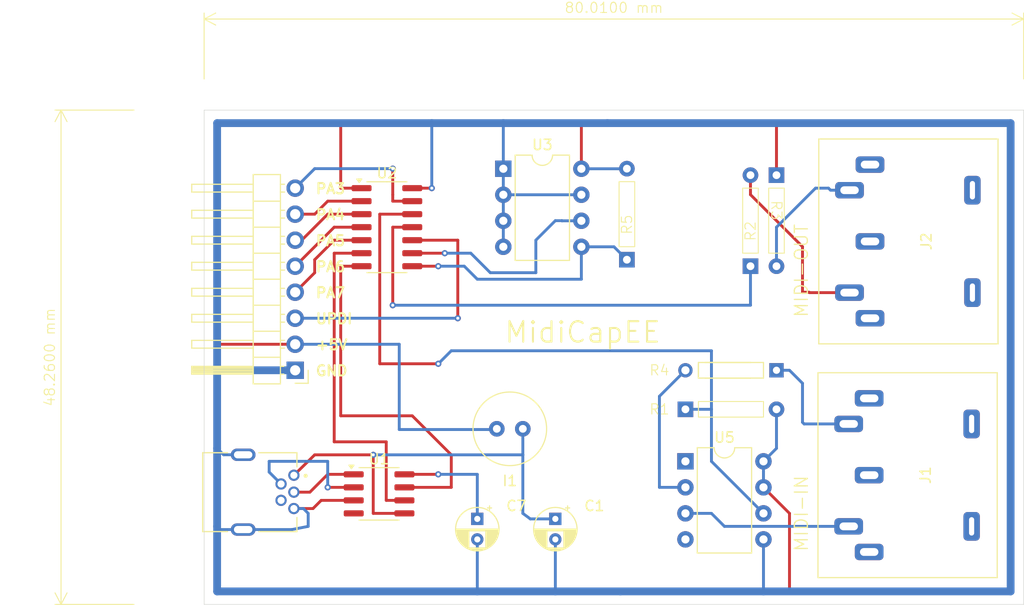
<source format=kicad_pcb>
(kicad_pcb (version 20240108) (generator "pcbnew") (generator_version "8.0")
  (layers (0 "F.Cu" signal) (31 "B.Cu" signal) (34 "B.Paste" user) (35 "F.Paste" user) (36 "B.SilkS" user "B.Silkscreen") (37 "F.SilkS" user "F.Silkscreen") (38 "B.Mask" user) (39 "F.Mask" user) (44 "Edge.Cuts" user))
  (net 0 "")
  (net 1 "Net-(J3-Pin_8)")
  (net 2 "Net-(J1--)")
  (net 5 "Net-(J1-+)")
  (net 8 "Net-(J2--)")
  (net 9 "Net-(J2-+)")
  (net 10 "Net-(J6-VBUS)")
  (net 11 "Net-(U1-V3)")
  (net 12 "Net-(J3-Pin_7)")
  (net 13 "Net-(J3-Pin_5)")
  (net 15 "Net-(J3-Pin_1)")
  (net 17 "Net-(J3-Pin_2)")
  (net 18 "Net-(J3-Pin_6)")
  (net 19 "Net-(J3-Pin_3)")
  (net 20 "Net-(J6-D+)")
  (net 22 "Net-(U2-PA2)")
  (net 23 "Net-(U5-A)")
  (net 24 "Net-(J3-Pin_4)")
  (net 25 "Net-(U2-PA1)")
  (net 26 "Net-(U2-PB1)")
  (net 27 "Net-(U2-PB0)")
  (net 28 "Net-(J6-D-)")
  (net 32 "Net-(U1-TXD)")
  (net 33 "Net-(U1-RXD)")
  (footprint "0_Footprint:USBminiPin" (layer "F.Cu") (at 116.84 110.96 -90)
    (property "Reference" "J6" (hide yes))
    (property "Value" "USBminiPin" (hide yes))
    (pad "1" thru_hole circle (at -1.651 -4.953 270) (size 1.1 1.1) (drill 0.7) (layers "*.Cu" "*.Mask") (net 10 "Net-(J6-VBUS)"))
    (pad "2" thru_hole circle (at -0.8 -3.7 270) (size 1.1 1.1) (drill 0.7) (layers "*.Cu" "*.Mask") (net 28 "Net-(J6-D-)"))
    (pad "3" thru_hole circle (at 0 -4.95 270) (size 1.1 1.1) (drill 0.7) (layers "*.Cu" "*.Mask") (net 20 "Net-(J6-D+)"))
    (pad "4" thru_hole circle (at 0.8 -3.7 270) (size 1.1 1.1) (drill 0.7) (layers "*.Cu" "*.Mask"))
    (pad "5" thru_hole circle (at 1.6 -4.95 270) (size 1.1 1.1) (drill 0.7) (layers "*.Cu" "*.Mask") (net 15 "Net-(J3-Pin_1)"))
    (pad "SH1" thru_hole oval (at -3.65 0 270) (size 1.208 2.416) (drill oval 0.7 1.8) (layers "*.Cu" "*.Mask") (net 15 "Net-(J3-Pin_1)"))
    (pad "SH2" thru_hole oval (at 3.65 0 270) (size 1.208 2.416) (drill oval 0.7 1.8) (layers "*.Cu" "*.Mask") (net 15 "Net-(J3-Pin_1)"))
  )
  (footprint "Package_SO:SOIC-8_3.9x4.9mm_P1.27mm" (layer "F.Cu") (at 130.11 111.125)
    (property "Reference" "U1" (at 0 -3.4 0) (layer "F.SilkS"))
    (property "Value" "~")
    (pad "1" smd roundrect (at -2.475 -1.905) (size 1.95 0.6) (layers "F.Cu" "F.Paste" "F.Mask") (net 20 "Net-(J6-D+)"))
    (pad "2" smd roundrect (at -2.475 -0.635) (size 1.95 0.6) (layers "F.Cu" "F.Paste" "F.Mask") (net 28 "Net-(J6-D-)"))
    (pad "3" smd roundrect (at -2.475 0.635) (size 1.95 0.6) (layers "F.Cu" "F.Paste" "F.Mask") (net 15 "Net-(J3-Pin_1)"))
    (pad "4" smd roundrect (at -2.475 1.905) (size 1.95 0.6) (layers "F.Cu" "F.Paste" "F.Mask"))
    (pad "5" smd roundrect (at 2.475 1.905) (size 1.95 0.6) (layers "F.Cu" "F.Paste" "F.Mask") (net 10 "Net-(J6-VBUS)"))
    (pad "6" smd roundrect (at 2.475 0.635) (size 1.95 0.6) (layers "F.Cu" "F.Paste" "F.Mask") (net 32 "Net-(U1-TXD)"))
    (pad "7" smd roundrect (at 2.475 -0.635) (size 1.95 0.6) (layers "F.Cu" "F.Paste" "F.Mask") (net 33 "Net-(U1-RXD)"))
    (pad "8" smd roundrect (at 2.475 -1.905) (size 1.95 0.6) (layers "F.Cu" "F.Paste" "F.Mask") (net 11 "Net-(U1-V3)"))
  )
  (footprint "Connector_PinHeader_2.54mm:PinHeader_1x08_P2.54mm_Horizontal" (layer "F.Cu") (at 121.92 99.06 180)
    (property "Reference" "J3" (hide yes))
    (property "Value" "Conn_01x08_H")
    (pad "1" thru_hole rect (at 0 0 180) (size 1.7 1.7) (drill 1) (layers "*.Cu" "*.Mask") (net 15 "Net-(J3-Pin_1)"))
    (pad "2" thru_hole oval (at 0 2.54 180) (size 1.7 1.7) (drill 1) (layers "*.Cu" "*.Mask") (net 17 "Net-(J3-Pin_2)"))
    (pad "3" thru_hole oval (at 0 5.08 180) (size 1.7 1.7) (drill 1) (layers "*.Cu" "*.Mask") (net 19 "Net-(J3-Pin_3)"))
    (pad "4" thru_hole oval (at 0 7.62 180) (size 1.7 1.7) (drill 1) (layers "*.Cu" "*.Mask") (net 24 "Net-(J3-Pin_4)"))
    (pad "5" thru_hole oval (at 0 10.16 180) (size 1.7 1.7) (drill 1) (layers "*.Cu" "*.Mask") (net 13 "Net-(J3-Pin_5)"))
    (pad "6" thru_hole oval (at 0 12.7 180) (size 1.7 1.7) (drill 1) (layers "*.Cu" "*.Mask") (net 18 "Net-(J3-Pin_6)"))
    (pad "7" thru_hole oval (at 0 15.24 180) (size 1.7 1.7) (drill 1) (layers "*.Cu" "*.Mask") (net 12 "Net-(J3-Pin_7)"))
    (pad "8" thru_hole oval (at 0 17.78 180) (size 1.7 1.7) (drill 1) (layers "*.Cu" "*.Mask") (net 1 "Net-(J3-Pin_8)"))
  )
  (footprint "0_Footprint:R_Qwatt" (layer "F.Cu") (at 168.91 99.06 180)
    (property "Reference" "R4" (at 11.43 0 180) (layer "F.SilkS") (effects (font (thickness 0.1))))
    (property "Value" "R_Small" (hide yes))
    (pad "1" thru_hole rect (at 0 0 180) (size 1.4 1.4) (drill 0.7) (layers "*.Cu" "*.Mask") (net 5 "Net-(J1-+)"))
    (pad "2" thru_hole oval (at 8.89 0 180) (size 1.4 1.4) (drill 0.8) (layers "*.Cu" "*.Mask") (net 23 "Net-(U5-A)"))
  )
  (footprint "Capacitor_THT:CP_Radial_D4.0mm_P2.00mm" (layer "F.Cu") (at 139.7 113.57 -90)
    (property "Reference" "C7" (at -1.27 -3.81 180) (layer "F.SilkS"))
    (property "Value" "CP_Small")
    (pad "1" thru_hole rect (at 0 0 270) (size 1.2 1.2) (drill 0.6) (layers "*.Cu" "*.Mask") (net 11 "Net-(U1-V3)"))
    (pad "2" thru_hole circle (at 2 0 270) (size 1.2 1.2) (drill 0.6) (layers "*.Cu" "*.Mask") (net 15 "Net-(J3-Pin_1)"))
  )
  (footprint "0_Footprint:QWSlim" (layer "F.Cu") (at 168.91 80.01 -90)
    (property "Reference" "R3" (at 3.429 0 -90) (layer "F.SilkS") (effects (font (thickness 0.1))))
    (property "Value" "Resistor" (hide yes))
    (pad "1" thru_hole rect (at 0 0 270) (size 1.524 1.524) (drill 0.762) (layers "*.Cu" "*.Mask") (net 17 "Net-(J3-Pin_2)"))
    (pad "2" thru_hole circle (at 8.89 0 270) (size 1.524 1.524) (drill 0.762) (layers "*.Cu" "*.Mask") (net 9 "Net-(J2-+)"))
  )
  (footprint "0_Footprint:QWSlim" (layer "F.Cu") (at 166.37 88.9 90)
    (property "Reference" "R2" (at 3.429 0 90) (layer "F.SilkS") (effects (font (thickness 0.1))))
    (property "Value" "Resistor" (hide yes))
    (pad "1" thru_hole rect (at 0 0 90) (size 1.524 1.524) (drill 0.762) (layers "*.Cu" "*.Mask") (net 25 "Net-(U2-PA1)"))
    (pad "2" thru_hole circle (at 8.89 0 90) (size 1.524 1.524) (drill 0.762) (layers "*.Cu" "*.Mask") (net 8 "Net-(J2--)"))
  )
  (footprint "0_Footprint:DIP-8_W_7.62mm" (layer "F.Cu") (at 142.24 79.385)
    (property "Reference" "U3" (at 3.81 -2.33 0) (layer "F.SilkS"))
    (property "Value" "24LC512P" (hide yes))
    (pad "1" thru_hole rect (at 0 0) (size 1.6 1.6) (drill 0.8) (layers "*.Cu" "*.Mask") (net 15 "Net-(J3-Pin_1)"))
    (pad "2" thru_hole oval (at 0 2.54) (size 1.6 1.6) (drill 0.8) (layers "*.Cu" "*.Mask") (net 15 "Net-(J3-Pin_1)"))
    (pad "3" thru_hole oval (at 0 5.08) (size 1.6 1.6) (drill 0.8) (layers "*.Cu" "*.Mask") (net 15 "Net-(J3-Pin_1)"))
    (pad "4" thru_hole oval (at 0 7.62) (size 1.6 1.6) (drill 0.8) (layers "*.Cu" "*.Mask") (net 15 "Net-(J3-Pin_1)"))
    (pad "5" thru_hole oval (at 7.62 7.62) (size 1.6 1.6) (drill 0.8) (layers "*.Cu" "*.Mask") (net 26 "Net-(U2-PB1)"))
    (pad "6" thru_hole oval (at 7.62 5.08) (size 1.6 1.6) (drill 0.8) (layers "*.Cu" "*.Mask") (net 27 "Net-(U2-PB0)"))
    (pad "7" thru_hole oval (at 7.62 2.54) (size 1.6 1.6) (drill 0.8) (layers "*.Cu" "*.Mask") (net 15 "Net-(J3-Pin_1)"))
    (pad "8" thru_hole oval (at 7.62 0) (size 1.6 1.6) (drill 0.8) (layers "*.Cu" "*.Mask") (net 17 "Net-(J3-Pin_2)"))
  )
  (footprint "Package_SO:SOIC-14_3.9x8.7mm_P1.27mm" (layer "F.Cu") (at 130.875 85.09)
    (property "Reference" "U2" (at 0 -5.28 0) (layer "F.SilkS"))
    (property "Value" "~")
    (pad "1" smd roundrect (at -2.475 -3.81) (size 1.95 0.6) (layers "F.Cu" "F.Paste" "F.Mask") (net 17 "Net-(J3-Pin_2)"))
    (pad "2" smd roundrect (at -2.475 -2.54) (size 1.95 0.6) (layers "F.Cu" "F.Paste" "F.Mask") (net 12 "Net-(J3-Pin_7)"))
    (pad "3" smd roundrect (at -2.475 -1.27) (size 1.95 0.6) (layers "F.Cu" "F.Paste" "F.Mask") (net 18 "Net-(J3-Pin_6)"))
    (pad "4" smd roundrect (at -2.475 0) (size 1.95 0.6) (layers "F.Cu" "F.Paste" "F.Mask") (net 13 "Net-(J3-Pin_5)"))
    (pad "5" smd roundrect (at -2.475 1.27) (size 1.95 0.6) (layers "F.Cu" "F.Paste" "F.Mask") (net 24 "Net-(J3-Pin_4)"))
    (pad "6" smd roundrect (at -2.475 2.54) (size 1.95 0.6) (layers "F.Cu" "F.Paste" "F.Mask") (net 32 "Net-(U1-TXD)"))
    (pad "7" smd roundrect (at -2.475 3.81) (size 1.95 0.6) (layers "F.Cu" "F.Paste" "F.Mask") (net 33 "Net-(U1-RXD)"))
    (pad "8" smd roundrect (at 2.475 3.81) (size 1.95 0.6) (layers "F.Cu" "F.Paste" "F.Mask") (net 26 "Net-(U2-PB1)"))
    (pad "9" smd roundrect (at 2.475 2.54) (size 1.95 0.6) (layers "F.Cu" "F.Paste" "F.Mask") (net 27 "Net-(U2-PB0)"))
    (pad "10" smd roundrect (at 2.475 1.27) (size 1.95 0.6) (layers "F.Cu" "F.Paste" "F.Mask") (net 19 "Net-(J3-Pin_3)"))
    (pad "11" smd roundrect (at 2.475 0) (size 1.95 0.6) (layers "F.Cu" "F.Paste" "F.Mask") (net 25 "Net-(U2-PA1)"))
    (pad "12" smd roundrect (at 2.475 -1.27) (size 1.95 0.6) (layers "F.Cu" "F.Paste" "F.Mask") (net 22 "Net-(U2-PA2)"))
    (pad "13" smd roundrect (at 2.475 -2.54) (size 1.95 0.6) (layers "F.Cu" "F.Paste" "F.Mask") (net 1 "Net-(J3-Pin_8)"))
    (pad "14" smd roundrect (at 2.475 -3.81) (size 1.95 0.6) (layers "F.Cu" "F.Paste" "F.Mask") (net 15 "Net-(J3-Pin_1)"))
  )
  (footprint "0_Footprint:Lamp1" (layer "F.Cu") (at 142.875 104.775 180)
    (property "Reference" "I1" (at 0 -5.08 180) (layer "F.SilkS"))
    (property "Value" "Lamp")
    (pad "1" thru_hole circle (at -1.27 0 180) (size 1.524 1.524) (drill 0.762) (layers "*.Cu" "*.Mask") (net 10 "Net-(J6-VBUS)"))
    (pad "2" thru_hole circle (at 1.27 0 180) (size 1.524 1.524) (drill 0.762) (layers "*.Cu" "*.Mask") (net 17 "Net-(J3-Pin_2)"))
  )
  (footprint "0_Footprint:Din5PCB" (layer "F.Cu") (at 182.96 109.3 90)
    (property "Reference" "J1" (at 0 0.5 -90) (layer "F.SilkS"))
    (property "Value" "Midi-5" (hide yes))
    (pad "" thru_hole roundrect (at -5 5 90) (size 2.8 1.6) (drill oval 1.8 0.5) (layers "*.Cu" "*.Mask"))
    (pad "" thru_hole roundrect (at 5 5 90) (size 2.8 1.6) (drill oval 1.8 0.5) (layers "*.Cu" "*.Mask"))
    (pad "1" thru_hole roundrect (at 7.5 -5) (size 2.8 1.6) (drill oval 1.8 0.762) (layers "*.Cu" "*.Mask"))
    (pad "2" thru_hole roundrect (at 0 -5) (size 2.8 1.6) (drill oval 1.8 0.762) (layers "*.Cu" "*.Mask"))
    (pad "3" thru_hole roundrect (at -7.5 -5) (size 2.8 1.6) (drill oval 1.8 0.762) (layers "*.Cu" "*.Mask"))
    (pad "4" thru_hole roundrect (at 5 -7) (size 2.8 1.6) (drill oval 1.8 0.762) (layers "*.Cu" "*.Mask") (net 5 "Net-(J1-+)"))
    (pad "5" thru_hole roundrect (at -5 -7) (size 2.8 1.6) (drill oval 1.8 0.762) (layers "*.Cu" "*.Mask") (net 2 "Net-(J1--)"))
  )
  (footprint "0_Footprint:QWSlim" (layer "F.Cu") (at 160.02 102.87)
    (property "Reference" "R1" (at -2.54 0 0) (layer "F.SilkS") (effects (font (thickness 0.1))))
    (property "Value" "Resistor" (hide yes))
    (pad "1" thru_hole rect (at 0 0) (size 1.524 1.524) (drill 0.762) (layers "*.Cu" "*.Mask") (net 22 "Net-(U2-PA2)"))
    (pad "2" thru_hole circle (at 8.89 0) (size 1.524 1.524) (drill 0.762) (layers "*.Cu" "*.Mask") (net 17 "Net-(J3-Pin_2)"))
  )
  (footprint "0_Footprint:QWSlim" (layer "F.Cu") (at 154.305 88.265 90)
    (property "Reference" "R5" (at 3.429 0 90) (layer "F.SilkS") (effects (font (thickness 0.1))))
    (property "Value" "Resistor" (hide yes))
    (pad "1" thru_hole rect (at 0 0 90) (size 1.524 1.524) (drill 0.762) (layers "*.Cu" "*.Mask") (net 26 "Net-(U2-PB1)"))
    (pad "2" thru_hole circle (at 8.89 0 90) (size 1.524 1.524) (drill 0.762) (layers "*.Cu" "*.Mask") (net 17 "Net-(J3-Pin_2)"))
  )
  (footprint "0_Footprint:Din5PCB" (layer "F.Cu") (at 183.04 86.48 90)
    (property "Reference" "J2" (at 0 0.5 -90) (layer "F.SilkS"))
    (property "Value" "Midi-5" (hide yes))
    (pad "" thru_hole roundrect (at -5 5 90) (size 2.8 1.6) (drill oval 1.8 0.5) (layers "*.Cu" "*.Mask"))
    (pad "" thru_hole roundrect (at 5 5 90) (size 2.8 1.6) (drill oval 1.8 0.5) (layers "*.Cu" "*.Mask"))
    (pad "1" thru_hole roundrect (at 7.5 -5) (size 2.8 1.6) (drill oval 1.8 0.762) (layers "*.Cu" "*.Mask"))
    (pad "2" thru_hole roundrect (at 0 -5) (size 2.8 1.6) (drill oval 1.8 0.762) (layers "*.Cu" "*.Mask"))
    (pad "3" thru_hole roundrect (at -7.5 -5) (size 2.8 1.6) (drill oval 1.8 0.762) (layers "*.Cu" "*.Mask"))
    (pad "4" thru_hole roundrect (at 5 -7) (size 2.8 1.6) (drill oval 1.8 0.762) (layers "*.Cu" "*.Mask") (net 9 "Net-(J2-+)"))
    (pad "5" thru_hole roundrect (at -5 -7) (size 2.8 1.6) (drill oval 1.8 0.762) (layers "*.Cu" "*.Mask") (net 8 "Net-(J2--)"))
  )
  (footprint "Capacitor_THT:CP_Radial_D4.0mm_P2.00mm" (layer "F.Cu") (at 147.32 113.57 -90)
    (property "Reference" "C1" (at -1.27 -3.81 180) (layer "F.SilkS"))
    (property "Value" "CP_Small")
    (pad "1" thru_hole rect (at 0 0 270) (size 1.2 1.2) (drill 0.6) (layers "*.Cu" "*.Mask") (net 10 "Net-(J6-VBUS)"))
    (pad "2" thru_hole circle (at 2 0 270) (size 1.2 1.2) (drill 0.6) (layers "*.Cu" "*.Mask") (net 15 "Net-(J3-Pin_1)"))
  )
  (footprint "Package_DIP:DIP-8_W7.62mm" (layer "F.Cu") (at 160.02 107.95)
    (property "Reference" "U5" (at 3.81 -2.33 0) (layer "F.SilkS"))
    (property "Value" "6N137")
    (pad "1" thru_hole rect (at 0 0) (size 1.6 1.6) (drill 0.8) (layers "*.Cu" "*.Mask"))
    (pad "2" thru_hole oval (at 0 2.54) (size 1.6 1.6) (drill 0.8) (layers "*.Cu" "*.Mask") (net 23 "Net-(U5-A)"))
    (pad "3" thru_hole oval (at 0 5.08) (size 1.6 1.6) (drill 0.8) (layers "*.Cu" "*.Mask") (net 2 "Net-(J1--)"))
    (pad "4" thru_hole oval (at 0 7.62) (size 1.6 1.6) (drill 0.8) (layers "*.Cu" "*.Mask"))
    (pad "5" thru_hole oval (at 7.62 7.62) (size 1.6 1.6) (drill 0.8) (layers "*.Cu" "*.Mask") (net 15 "Net-(J3-Pin_1)"))
    (pad "6" thru_hole oval (at 7.62 5.08) (size 1.6 1.6) (drill 0.8) (layers "*.Cu" "*.Mask") (net 22 "Net-(U2-PA2)"))
    (pad "7" thru_hole oval (at 7.62 2.54) (size 1.6 1.6) (drill 0.8) (layers "*.Cu" "*.Mask") (net 17 "Net-(J3-Pin_2)"))
    (pad "8" thru_hole oval (at 7.62 0) (size 1.6 1.6) (drill 0.8) (layers "*.Cu" "*.Mask") (net 17 "Net-(J3-Pin_2)"))
  )
  (gr_line (start 193.04 121.92) (end 113.03 121.92) (stroke (width 0.05)) (layer "Edge.Cuts"))
  (gr_line (start 113.03 73.66) (end 193.04 73.66) (stroke (width 0.05)) (layer "Edge.Cuts"))
  (gr_line (start 113.03 121.92) (end 113.03 73.66) (stroke (width 0.05)) (layer "Edge.Cuts"))
  (gr_line (start 193.04 73.66) (end 193.04 121.92) (stroke (width 0.05)) (layer "Edge.Cuts"))
  (gr_text "PA6" (at 123.825 89.535 0) (layer "F.SilkS") (effects (font (size 1 1) (thickness 0.2) (bold yes)) (justify left bottom)))
  (gr_text "MIDI-IN" (at 172.085 116.84 90) (layer "F.SilkS") (effects (font (size 1.27 1.27) (thickness 0.127)) (justify left bottom)))
  (gr_text "PA3" (at 123.825 81.915 0) (layer "F.SilkS") (effects (font (size 1 1) (thickness 0.2) (bold yes)) (justify left bottom)))
  (gr_text "+5V" (at 123.825 97.155 0) (layer "F.SilkS") (effects (font (size 1 1) (thickness 0.2) (bold yes)) (justify left bottom)))
  (gr_text "GND" (at 123.825 99.695 0) (layer "F.SilkS") (effects (font (size 1 1) (thickness 0.2) (bold yes)) (justify left bottom)))
  (gr_text "MidiCapEE" (at 142.24 96.52 0) (layer "F.SilkS") (effects (font (size 2 2) (thickness 0.2)) (justify left bottom)))
  (gr_text "MIDI-OUT" (at 172.085 93.98 90) (layer "F.SilkS") (effects (font (size 1.27 1.27) (thickness 0.127)) (justify left bottom)))
  (gr_text "PA4" (at 123.825 84.455 0) (layer "F.SilkS") (effects (font (size 1 1) (thickness 0.2) (bold yes)) (justify left bottom)))
  (gr_text "PA7" (at 123.825 92.075 0) (layer "F.SilkS") (effects (font (size 1 1) (thickness 0.2) (bold yes)) (justify left bottom)))
  (gr_text "UPDI" (at 123.825 94.615 0) (layer "F.SilkS") (effects (font (size 1 1) (thickness 0.2) (bold yes)) (justify left bottom)))
  (gr_text "PA5" (at 123.825 86.995 0) (layer "F.SilkS") (effects (font (size 1 1) (thickness 0.2) (bold yes)) (justify left bottom)))
  (dimension (type aligned) (layer "F.SilkS") (pts (xy 113.03 71.12) (xy 193.04 71.12)) (height -6.35) (gr_text "3.1500 in" (at 153.035 63.67 0) (layer "F.SilkS") (effects (font (size 1 1) (thickness 0.1)))) (format (prefix "") (suffix "") (units 3) (units_format 1) (precision 4)) (style (thickness 0.1) (arrow_length 1.27) (text_position_mode 0) (extension_height 0.58642) (extension_offset 0.5) keep_text_aligned))
  (dimension (type aligned) (layer "F.SilkS") (pts (xy 106.68 73.66) (xy 106.68 121.92)) (height 7.62) (gr_text "1.9000 in" (at 97.96 97.79 90) (layer "F.SilkS") (effects (font (size 1 1) (thickness 0.1)))) (format (prefix "") (suffix "") (units 3) (units_format 1) (precision 4)) (style (thickness 0.1) (arrow_length 1.27) (text_position_mode 0) (extension_height 0.58642) (extension_offset 0.5) keep_text_aligned))
  (segment (start 133.35 82.55) (end 131.445 82.55) (width 0.2794) (layer "F.Cu") (net 1))
  (segment (start 131.445 81.915) (end 131.445 79.375) (width 0.2794) (layer "F.Cu") (net 1))
  (segment (start 131.445 82.55) (end 131.445 81.915) (width 0.2794) (layer "F.Cu") (net 1))
  (via (at 131.445 79.375) (size 0.6) (drill 0.3) (layers "F.Cu" "B.Cu") (net 1))
  (segment (start 123.825 79.375) (end 121.92 81.28) (width 0.2794) (layer "B.Cu") (net 1))
  (segment (start 131.445 79.375) (end 123.825 79.375) (width 0.2794) (layer "B.Cu") (net 1))
  (segment (start 160.02 113.03) (end 162.56 113.03) (width 0.2794) (layer "B.Cu") (net 2))
  (segment (start 163.83 114.3) (end 175.96 114.3) (width 0.2794) (layer "B.Cu") (net 2))
  (segment (start 162.56 113.03) (end 163.83 114.3) (width 0.2794) (layer "B.Cu") (net 2))
  (segment (start 170.18 99.06) (end 171.45 100.33) (width 0.2794) (layer "B.Cu") (net 5))
  (segment (start 171.45 104.14) (end 171.61 104.3) (width 0.2794) (layer "B.Cu") (net 5))
  (segment (start 168.91 99.06) (end 170.18 99.06) (width 0.2794) (layer "B.Cu") (net 5))
  (segment (start 171.61 104.3) (end 175.96 104.3) (width 0.2794) (layer "B.Cu") (net 5))
  (segment (start 171.45 100.33) (end 171.45 104.14) (width 0.2794) (layer "B.Cu") (net 5))
  (segment (start 166.37 80.01) (end 166.37 81.915) (width 0.2794) (layer "F.Cu") (net 8))
  (segment (start 171.45 86.995) (end 171.45 91.44) (width 0.2794) (layer "F.Cu") (net 8))
  (segment (start 172.085 91.44) (end 172.125 91.48) (width 0.2794) (layer "F.Cu") (net 8))
  (segment (start 171.45 91.44) (end 172.085 91.44) (width 0.2794) (layer "F.Cu") (net 8))
  (segment (start 172.125 91.48) (end 176.04 91.48) (width 0.2794) (layer "F.Cu") (net 8))
  (segment (start 166.37 81.915) (end 171.45 86.995) (width 0.2794) (layer "F.Cu") (net 8))
  (segment (start 172.72 81.28) (end 173.99 81.28) (width 0.2794) (layer "B.Cu") (net 9))
  (segment (start 168.91 88.9) (end 168.91 85.09) (width 0.2794) (layer "B.Cu") (net 9))
  (segment (start 168.91 85.09) (end 172.72 81.28) (width 0.2794) (layer "B.Cu") (net 9))
  (segment (start 173.99 81.28) (end 174.19 81.48) (width 0.2794) (layer "B.Cu") (net 9))
  (segment (start 174.19 81.48) (end 176.04 81.48) (width 0.2794) (layer "B.Cu") (net 9))
  (segment (start 129.54 113.03) (end 132.585 113.03) (width 0.2794) (layer "F.Cu") (net 10))
  (segment (start 129.54 107.315) (end 129.54 113.03) (width 0.2794) (layer "F.Cu") (net 10))
  (segment (start 123.825 107.315) (end 121.793 109.309) (width 0.2794) (layer "F.Cu") (net 10))
  (segment (start 129.54 107.315) (end 123.825 107.315) (width 0.2794) (layer "F.Cu") (net 10))
  (via (at 129.54 107.315) (size 0.6) (drill 0.3) (layers "F.Cu" "B.Cu") (net 10))
  (segment (start 129.54 107.315) (end 144.145 107.315) (width 0.2794) (layer "B.Cu") (net 10))
  (segment (start 144.145 113.03) (end 144.875 113.57) (width 0.2794) (layer "B.Cu") (net 10))
  (segment (start 144.145 107.315) (end 144.145 113.03) (width 0.2794) (layer "B.Cu") (net 10))
  (segment (start 144.875 113.57) (end 147.32 113.57) (width 0.2794) (layer "B.Cu") (net 10))
  (segment (start 144.145 107.315) (end 144.145 104.775) (width 0.2794) (layer "B.Cu") (net 10))
  (segment (start 132.585 109.22) (end 135.89 109.22) (width 0.2794) (layer "F.Cu") (net 11))
  (via (at 135.89 109.22) (size 0.6) (drill 0.3) (layers "F.Cu" "B.Cu") (net 11))
  (segment (start 135.89 109.22) (end 139.7 109.22) (width 0.2794) (layer "B.Cu") (net 11))
  (segment (start 139.7 109.22) (end 139.7 113.57) (width 0.2794) (layer "B.Cu") (net 11))
  (segment (start 128.4 82.55) (end 125.095 82.55) (width 0.2794) (layer "F.Cu") (net 12))
  (segment (start 123.825 83.82) (end 121.92 83.82) (width 0.2794) (layer "F.Cu") (net 12))
  (segment (start 125.095 82.55) (end 123.825 83.82) (width 0.2794) (layer "F.Cu") (net 12))
  (segment (start 128.27 85.09) (end 125.73 85.09) (width 0.2794) (layer "F.Cu") (net 13))
  (segment (start 121.92 88.9) (end 125.73 85.09) (width 0.2794) (layer "F.Cu") (net 13))
  (segment (start 133.22 81.28) (end 135.255 81.28) (width 0.2794) (layer "F.Cu") (net 15))
  (segment (start 124.46 111.76) (end 123.66 112.56) (width 0.2794) (layer "F.Cu") (net 15))
  (segment (start 123.66 112.56) (end 121.79 112.56) (width 0.2794) (layer "F.Cu") (net 15))
  (segment (start 127.635 111.76) (end 124.46 111.76) (width 0.2794) (layer "F.Cu") (net 15))
  (via (at 135.255 81.28) (size 0.6) (drill 0.3) (layers "F.Cu" "B.Cu") (net 15))
  (segment (start 149.86 81.925) (end 142.24 81.925) (width 0.2794) (layer "B.Cu") (net 15))
  (segment (start 142.24 79.385) (end 142.24 74.93) (width 0.2794) (layer "B.Cu") (net 15))
  (segment (start 114.93 107.31) (end 114.3 106.68) (width 0.2794) (layer "B.Cu") (net 15))
  (segment (start 147.32 115.57) (end 147.32 120.65) (width 0.2794) (layer "B.Cu") (net 15))
  (segment (start 153.67 120.65) (end 147.32 120.65) (width 0.762) (layer "B.Cu") (net 15))
  (segment (start 121.79 112.56) (end 122.72 112.56) (width 0.2794) (layer "B.Cu") (net 15))
  (segment (start 191.77 120.65) (end 167.64 120.65) (width 0.762) (layer "B.Cu") (net 15))
  (segment (start 135.255 81.28) (end 135.255 74.93) (width 0.2794) (layer "B.Cu") (net 15))
  (segment (start 114.61 114.61) (end 114.3 114.3) (width 0.2794) (layer "B.Cu") (net 15))
  (segment (start 114.3 99.06) (end 114.3 74.93) (width 0.762) (layer "B.Cu") (net 15))
  (segment (start 135.255 74.93) (end 142.24 74.93) (width 0.762) (layer "B.Cu") (net 15))
  (segment (start 116.84 114.61) (end 114.61 114.61) (width 0.2794) (layer "B.Cu") (net 15))
  (segment (start 122.72 112.56) (end 123.19 113.03) (width 0.2794) (layer "B.Cu") (net 15))
  (segment (start 167.64 115.57) (end 167.64 120.65) (width 0.2794) (layer "B.Cu") (net 15))
  (segment (start 123.19 114.3) (end 121.61 114.61) (width 0.2794) (layer "B.Cu") (net 15))
  (segment (start 114.3 120.65) (end 114.3 114.3) (width 0.762) (layer "B.Cu") (net 15))
  (segment (start 191.77 74.93) (end 191.77 120.65) (width 0.762) (layer "B.Cu") (net 15))
  (segment (start 152.4 74.93) (end 191.77 74.93) (width 0.762) (layer "B.Cu") (net 15))
  (segment (start 116.84 107.31) (end 114.93 107.31) (width 0.2794) (layer "B.Cu") (net 15))
  (segment (start 139.7 120.65) (end 114.3 120.65) (width 0.762) (layer "B.Cu") (net 15))
  (segment (start 142.24 74.93) (end 152.4 74.93) (width 0.762) (layer "B.Cu") (net 15))
  (segment (start 121.92 99.06) (end 114.3 99.06) (width 0.762) (layer "B.Cu") (net 15))
  (segment (start 142.24 87.005) (end 142.24 84.465) (width 0.2794) (layer "B.Cu") (net 15))
  (segment (start 167.64 120.65) (end 153.67 120.65) (width 0.762) (layer "B.Cu") (net 15))
  (segment (start 114.3 114.3) (end 114.3 106.68) (width 0.762) (layer "B.Cu") (net 15))
  (segment (start 139.7 115.57) (end 139.7 120.65) (width 0.2794) (layer "B.Cu") (net 15))
  (segment (start 147.32 120.65) (end 139.7 120.65) (width 0.762) (layer "B.Cu") (net 15))
  (segment (start 123.19 113.03) (end 123.19 114.3) (width 0.2794) (layer "B.Cu") (net 15))
  (segment (start 121.61 114.61) (end 116.84 114.61) (width 0.2794) (layer "B.Cu") (net 15))
  (segment (start 142.24 84.465) (end 142.24 79.385) (width 0.2794) (layer "B.Cu") (net 15))
  (segment (start 114.3 106.68) (end 114.3 99.06) (width 0.762) (layer "B.Cu") (net 15))
  (segment (start 114.3 74.93) (end 135.255 74.93) (width 0.762) (layer "B.Cu") (net 15))
  (segment (start 167.64 110.49) (end 170.18 113.03) (width 0.2794) (layer "F.Cu") (net 17))
  (segment (start 149.86 79.385) (end 149.86 74.93) (width 0.2794) (layer "F.Cu") (net 17))
  (segment (start 121.92 96.52) (end 120.65 96.52) (width 0.2794) (layer "F.Cu") (net 17))
  (segment (start 114.3 120.65) (end 114.3 96.52) (width 0.2794) (layer "F.Cu") (net 17))
  (segment (start 120.65 96.52) (end 114.3 96.52) (width 0.2794) (layer "F.Cu") (net 17))
  (segment (start 191.77 120.65) (end 170.18 120.65) (width 0.2794) (layer "F.Cu") (net 17))
  (segment (start 128.27 81.28) (end 126.365 81.28) (width 0.2794) (layer "F.Cu") (net 17))
  (segment (start 126.365 74.93) (end 149.86 74.93) (width 0.2794) (layer "F.Cu") (net 17))
  (segment (start 168.91 74.93) (end 191.77 74.93) (width 0.2794) (layer "F.Cu") (net 17))
  (segment (start 126.365 81.28) (end 126.365 74.93) (width 0.2794) (layer "F.Cu") (net 17))
  (segment (start 191.77 74.93) (end 191.77 120.65) (width 0.2794) (layer "F.Cu") (net 17))
  (segment (start 114.3 96.52) (end 114.3 74.93) (width 0.2794) (layer "F.Cu") (net 17))
  (segment (start 149.86 74.93) (end 168.91 74.93) (width 0.2794) (layer "F.Cu") (net 17))
  (segment (start 170.18 113.03) (end 170.18 120.65) (width 0.2794) (layer "F.Cu") (net 17))
  (segment (start 170.18 120.65) (end 114.3 120.65) (width 0.2794) (layer "F.Cu") (net 17))
  (segment (start 114.3 74.93) (end 126.365 74.93) (width 0.2794) (layer "F.Cu") (net 17))
  (segment (start 168.91 80.01) (end 168.91 74.93) (width 0.2794) (layer "F.Cu") (net 17))
  (segment (start 154.295 79.385) (end 154.305 79.375) (width 0.2794) (layer "B.Cu") (net 17))
  (segment (start 168.91 106.68) (end 167.64 107.95) (width 0.2794) (layer "B.Cu") (net 17))
  (segment (start 168.91 102.87) (end 168.91 106.68) (width 0.2794) (layer "B.Cu") (net 17))
  (segment (start 121.92 96.52) (end 132.08 96.52) (width 0.2794) (layer "B.Cu") (net 17))
  (segment (start 132.08 104.8447) (end 140.9003 104.8447) (width 0.2794) (layer "B.Cu") (net 17))
  (segment (start 149.86 79.385) (end 154.295 79.385) (width 0.2794) (layer "B.Cu") (net 17))
  (segment (start 132.08 96.52) (end 132.08 104.8447) (width 0.2794) (layer "B.Cu") (net 17))
  (segment (start 167.64 107.95) (end 167.64 110.49) (width 0.2794) (layer "B.Cu") (net 17))
  (segment (start 140.9003 104.8447) (end 141.605 104.775) (width 0.2794) (layer "B.Cu") (net 17))
  (segment (start 128.27 83.82) (end 125.095 83.82) (width 0.2794) (layer "F.Cu") (net 18))
  (segment (start 125.095 83.82) (end 122.555 86.36) (width 0.2794) (layer "F.Cu") (net 18))
  (segment (start 122.555 86.36) (end 121.92 86.36) (width 0.2794) (layer "F.Cu") (net 18))
  (segment (start 137.795 86.36) (end 133.22 86.36) (width 0.2794) (layer "F.Cu") (net 19))
  (segment (start 137.795 93.98) (end 137.795 86.36) (width 0.2794) (layer "F.Cu") (net 19))
  (via (at 137.795 93.98) (size 0.6) (drill 0.3) (layers "F.Cu" "B.Cu") (net 19))
  (segment (start 137.795 93.98) (end 121.92 93.98) (width 0.2794) (layer "B.Cu") (net 19))
  (segment (start 125.095 109.22) (end 127.635 109.22) (width 0.2794) (layer "F.Cu") (net 20))
  (segment (start 123.355 110.96) (end 125.095 109.22) (width 0.2794) (layer "F.Cu") (net 20))
  (segment (start 121.79 110.96) (end 123.355 110.96) (width 0.2794) (layer "F.Cu") (net 20))
  (segment (start 130.175 98.425) (end 135.89 98.425) (width 0.2794) (layer "F.Cu") (net 22))
  (segment (start 130.175 83.82) (end 130.175 98.425) (width 0.2794) (layer "F.Cu") (net 22))
  (segment (start 133.35 83.82) (end 130.175 83.82) (width 0.2794) (layer "F.Cu") (net 22))
  (via (at 135.89 98.425) (size 0.6) (drill 0.3) (layers "F.Cu" "B.Cu") (net 22))
  (segment (start 162.56 102.87) (end 160.02 102.87) (width 0.2794) (layer "B.Cu") (net 22))
  (segment (start 135.89 98.425) (end 137.16 97.155) (width 0.2794) (layer "B.Cu") (net 22))
  (segment (start 162.56 107.95) (end 162.56 102.87) (width 0.2794) (layer "B.Cu") (net 22))
  (segment (start 137.16 97.155) (end 162.56 97.155) (width 0.2794) (layer "B.Cu") (net 22))
  (segment (start 167.64 113.03) (end 162.56 107.95) (width 0.2794) (layer "B.Cu") (net 22))
  (segment (start 162.56 97.155) (end 162.56 102.87) (width 0.2794) (layer "B.Cu") (net 22))
  (segment (start 160.02 110.49) (end 157.48 110.49) (width 0.2794) (layer "B.Cu") (net 23))
  (segment (start 157.48 110.49) (end 157.48 101.6) (width 0.2794) (layer "B.Cu") (net 23))
  (segment (start 157.48 101.6) (end 160.02 99.06) (width 0.2794) (layer "B.Cu") (net 23))
  (segment (start 123.825 89.535) (end 121.92 91.44) (width 0.2794) (layer "F.Cu") (net 24))
  (segment (start 128.4 86.36) (end 125.73 86.36) (width 0.2794) (layer "F.Cu") (net 24))
  (segment (start 125.73 86.36) (end 123.825 88.265) (width 0.2794) (layer "F.Cu") (net 24))
  (segment (start 123.825 88.265) (end 123.825 89.535) (width 0.2794) (layer "F.Cu") (net 24))
  (segment (start 131.445 92.71) (end 131.445 85.09) (width 0.2794) (layer "F.Cu") (net 25))
  (segment (start 131.445 85.09) (end 133.35 85.09) (width 0.2794) (layer "F.Cu") (net 25))
  (via (at 131.445 92.71) (size 0.6) (drill 0.3) (layers "F.Cu" "B.Cu") (net 25))
  (segment (start 131.445 92.71) (end 166.37 92.71) (width 0.2794) (layer "B.Cu") (net 25))
  (segment (start 166.37 92.71) (end 166.37 88.9) (width 0.2794) (layer "B.Cu") (net 25))
  (segment (start 133.35 88.9) (end 135.89 88.9) (width 0.2794) (layer "F.Cu") (net 26))
  (via (at 135.89 88.9) (size 0.6) (drill 0.3) (layers "F.Cu" "B.Cu") (net 26))
  (segment (start 139.7 90.17) (end 149.86 90.17) (width 0.2794) (layer "B.Cu") (net 26))
  (segment (start 135.89 88.9) (end 138.43 88.9) (width 0.2794) (layer "B.Cu") (net 26))
  (segment (start 138.43 88.9) (end 139.7 90.17) (width 0.2794) (layer "B.Cu") (net 26))
  (segment (start 149.86 87.005) (end 153.045 87.005) (width 0.2794) (layer "B.Cu") (net 26))
  (segment (start 153.045 87.005) (end 154.305 88.265) (width 0.2794) (layer "B.Cu") (net 26))
  (segment (start 149.86 90.17) (end 149.86 87.005) (width 0.2794) (layer "B.Cu") (net 26))
  (segment (start 133.22 87.63) (end 136.525 87.63) (width 0.2794) (layer "F.Cu") (net 27))
  (via (at 136.525 87.63) (size 0.6) (drill 0.3) (layers "F.Cu" "B.Cu") (net 27))
  (segment (start 145.415 86.36) (end 147.32 84.455) (width 0.2794) (layer "B.Cu") (net 27))
  (segment (start 147.32 84.455) (end 147.955 84.455) (width 0.2794) (layer "B.Cu") (net 27))
  (segment (start 145.415 89.535) (end 145.415 86.36) (width 0.2794) (layer "B.Cu") (net 27))
  (segment (start 136.525 87.63) (end 139.065 87.63) (width 0.2794) (layer "B.Cu") (net 27))
  (segment (start 147.955 84.455) (end 147.965 84.465) (width 0.2794) (layer "B.Cu") (net 27))
  (segment (start 139.065 87.63) (end 140.97 89.535) (width 0.2794) (layer "B.Cu") (net 27))
  (segment (start 140.97 89.535) (end 145.415 89.535) (width 0.2794) (layer "B.Cu") (net 27))
  (segment (start 147.965 84.465) (end 149.86 84.465) (width 0.2794) (layer "B.Cu") (net 27))
  (segment (start 127.635 110.49) (end 125.095 110.49) (width 0.2794) (layer "F.Cu") (net 28))
  (via (at 125.095 110.49) (size 0.6) (drill 0.3) (layers "F.Cu" "B.Cu") (net 28))
  (segment (start 119.38 107.95) (end 119.38 109) (width 0.2794) (layer "B.Cu") (net 28))
  (segment (start 125.095 110.49) (end 125.095 107.95) (width 0.2794) (layer "B.Cu") (net 28))
  (segment (start 119.38 109) (end 120.54 110.16) (width 0.2794) (layer "B.Cu") (net 28))
  (segment (start 125.095 107.95) (end 119.38 107.95) (width 0.2794) (layer "B.Cu") (net 28))
  (segment (start 125.73 87.63) (end 125.73 106.045) (width 0.2794) (layer "F.Cu") (net 32))
  (segment (start 128.4 87.63) (end 125.73 87.63) (width 0.2794) (layer "F.Cu") (net 32))
  (segment (start 130.81 106.045) (end 130.81 111.76) (width 0.2794) (layer "F.Cu") (net 32))
  (segment (start 130.81 111.76) (end 132.585 111.76) (width 0.2794) (layer "F.Cu") (net 32))
  (segment (start 125.73 106.045) (end 130.81 106.045) (width 0.2794) (layer "F.Cu") (net 32))
  (segment (start 137.16 107.315) (end 137.16 110.49) (width 0.2794) (layer "F.Cu") (net 33))
  (segment (start 126.365 88.9) (end 126.365 103.505) (width 0.2794) (layer "F.Cu") (net 33))
  (segment (start 137.16 110.49) (end 132.585 110.49) (width 0.2794) (layer "F.Cu") (net 33))
  (segment (start 126.365 103.505) (end 133.35 103.505) (width 0.2794) (layer "F.Cu") (net 33))
  (segment (start 133.35 103.505) (end 137.16 107.315) (width 0.2794) (layer "F.Cu") (net 33))
  (segment (start 128.27 88.9) (end 126.365 88.9) (width 0.2794) (layer "F.Cu") (net 33))
)
</source>
